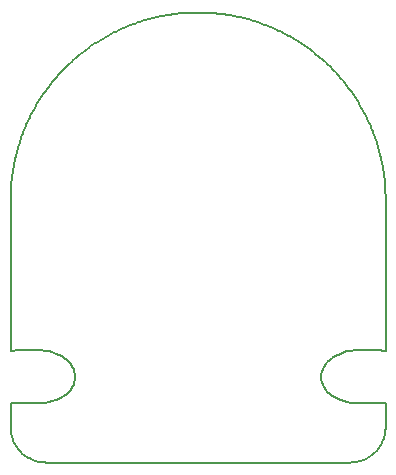
<source format=gbr>
G04 #@! TF.GenerationSoftware,KiCad,Pcbnew,(5.1.5)-3*
G04 #@! TF.CreationDate,2020-04-08T22:33:11-07:00*
G04 #@! TF.ProjectId,microbug,6d696372-6f62-4756-972e-6b696361645f,rev?*
G04 #@! TF.SameCoordinates,Original*
G04 #@! TF.FileFunction,Profile,NP*
%FSLAX46Y46*%
G04 Gerber Fmt 4.6, Leading zero omitted, Abs format (unit mm)*
G04 Created by KiCad (PCBNEW (5.1.5)-3) date 2020-04-08 22:33:11*
%MOMM*%
%LPD*%
G04 APERTURE LIST*
%ADD10C,0.200000*%
G04 APERTURE END LIST*
D10*
X48659231Y-85735140D02*
X48614508Y-85738976D01*
X48704025Y-85731753D02*
X48659231Y-85735140D01*
X79384142Y-90220429D02*
X79429227Y-90219635D01*
X79788203Y-85743162D02*
X79743560Y-85738902D01*
X79832761Y-85747898D02*
X79788203Y-85743162D01*
X79044655Y-90220654D02*
X78946532Y-90220654D01*
X78750280Y-90220654D02*
X78652156Y-90220654D01*
X50000287Y-90220654D02*
X49902164Y-90220654D01*
X50098413Y-90220654D02*
X50000287Y-90220654D01*
X50196536Y-85720654D02*
X50294662Y-85720654D01*
X50098413Y-85720654D02*
X50196536Y-85720654D01*
X80054030Y-85778193D02*
X80054030Y-72995660D01*
X64179034Y-57120659D02*
X63977052Y-57121915D01*
X63977052Y-57121915D02*
X63778865Y-57125601D01*
X63778865Y-57125601D02*
X63581278Y-57131700D01*
X63581278Y-57131700D02*
X63377962Y-57140515D01*
X63377962Y-57140515D02*
X63175313Y-57151872D01*
X63175313Y-57151872D02*
X62973351Y-57165755D01*
X62973351Y-57165755D02*
X62784645Y-57181049D01*
X62784645Y-57181049D02*
X62596571Y-57198539D01*
X62596571Y-57198539D02*
X62415371Y-57217517D01*
X62415371Y-57217517D02*
X62234785Y-57238522D01*
X62234785Y-57238522D02*
X62036239Y-57264038D01*
X62036239Y-57264038D02*
X61838467Y-57291992D01*
X61838467Y-57291992D02*
X61659916Y-57319418D01*
X61659916Y-57319418D02*
X61482024Y-57348819D01*
X61482024Y-57348819D02*
X61304804Y-57380189D01*
X61304804Y-57380189D02*
X61128267Y-57413513D01*
X61128267Y-57413513D02*
X60958476Y-57447532D01*
X60958476Y-57447532D02*
X60789343Y-57483348D01*
X60789343Y-57483348D02*
X60596868Y-57526475D01*
X60596868Y-57526475D02*
X60429178Y-57566113D01*
X60429178Y-57566113D02*
X60268131Y-57606013D01*
X60268131Y-57606013D02*
X60107735Y-57647547D01*
X60107735Y-57647547D02*
X59948001Y-57690706D01*
X59948001Y-57690706D02*
X59788936Y-57735481D01*
X59788936Y-57735481D02*
X59607147Y-57788870D01*
X59607147Y-57788870D02*
X59449555Y-57837084D01*
X59449555Y-57837084D02*
X59292660Y-57886883D01*
X59292660Y-57886883D02*
X59130706Y-57940193D01*
X59130706Y-57940193D02*
X58958039Y-57999180D01*
X58958039Y-57999180D02*
X58809125Y-58051859D01*
X58809125Y-58051859D02*
X58660894Y-58105970D01*
X58660894Y-58105970D02*
X58507693Y-58163675D01*
X58507693Y-58163675D02*
X58360885Y-58220689D01*
X58360885Y-58220689D02*
X58214784Y-58279110D01*
X58214784Y-58279110D02*
X58069402Y-58338933D01*
X58069402Y-58338933D02*
X57924747Y-58400150D01*
X57924747Y-58400150D02*
X57780826Y-58462751D01*
X57780826Y-58462751D02*
X57626666Y-58531707D01*
X57626666Y-58531707D02*
X57478837Y-58599701D01*
X57478837Y-58599701D02*
X57342691Y-58663966D01*
X57342691Y-58663966D02*
X57196451Y-58734774D01*
X57196451Y-58734774D02*
X57061792Y-58801628D01*
X57061792Y-58801628D02*
X56922515Y-58872464D01*
X56922515Y-58872464D02*
X56789347Y-58941827D01*
X56789347Y-58941827D02*
X56646358Y-59018106D01*
X56646358Y-59018106D02*
X56514738Y-59089992D01*
X56514738Y-59089992D02*
X56357796Y-59177844D01*
X56357796Y-59177844D02*
X56217490Y-59258381D01*
X56217490Y-59258381D02*
X56083234Y-59337242D01*
X56083234Y-59337242D02*
X55949825Y-59417379D01*
X55949825Y-59417379D02*
X55812185Y-59501934D01*
X55812185Y-59501934D02*
X55685572Y-59581435D01*
X55685572Y-59581435D02*
X55559764Y-59662092D01*
X55559764Y-59662092D02*
X55434767Y-59743897D01*
X55434767Y-59743897D02*
X55310594Y-59826843D01*
X55310594Y-59826843D02*
X55187243Y-59910918D01*
X55187243Y-59910918D02*
X55064729Y-59996119D01*
X55064729Y-59996119D02*
X54928512Y-60092871D01*
X54928512Y-60092871D02*
X54793363Y-60191015D01*
X54793363Y-60191015D02*
X54678380Y-60276240D01*
X54678380Y-60276240D02*
X54559450Y-60366083D01*
X54559450Y-60366083D02*
X54417892Y-60475332D01*
X54417892Y-60475332D02*
X54305558Y-60563850D01*
X54305558Y-60563850D02*
X54184788Y-60660855D01*
X54184788Y-60660855D02*
X54069579Y-60755216D01*
X54069579Y-60755216D02*
X53946167Y-60858307D01*
X53946167Y-60858307D02*
X53819309Y-60966507D01*
X53819309Y-60966507D02*
X53707020Y-61064216D01*
X53707020Y-61064216D02*
X53600095Y-61158988D01*
X53600095Y-61158988D02*
X53463261Y-61282798D01*
X53463261Y-61282798D02*
X53345265Y-61391904D01*
X53345265Y-61391904D02*
X53232691Y-61498081D01*
X53232691Y-61498081D02*
X53125427Y-61601191D01*
X53125427Y-61601191D02*
X53023362Y-61701112D01*
X53023362Y-61701112D02*
X52922196Y-61801939D01*
X52922196Y-61801939D02*
X52813621Y-61912185D01*
X52813621Y-61912185D02*
X52702002Y-62027781D01*
X52702002Y-62027781D02*
X52603762Y-62131475D01*
X52603762Y-62131475D02*
X52506448Y-62236051D01*
X52506448Y-62236051D02*
X52410070Y-62341499D01*
X52410070Y-62341499D02*
X52310673Y-62452261D01*
X52310673Y-62452261D02*
X52212301Y-62563957D01*
X52212301Y-62563957D02*
X52114966Y-62676581D01*
X52114966Y-62676581D02*
X52014842Y-62794680D01*
X52014842Y-62794680D02*
X51915852Y-62913767D01*
X51915852Y-62913767D02*
X51814264Y-63038465D01*
X51814264Y-63038465D02*
X51725007Y-63150183D01*
X51725007Y-63150183D02*
X51633081Y-63267429D01*
X51633081Y-63267429D02*
X51535014Y-63395040D01*
X51535014Y-63395040D02*
X51445344Y-63514107D01*
X51445344Y-63514107D02*
X51360289Y-63629224D01*
X51360289Y-63629224D02*
X51258870Y-63769379D01*
X51258870Y-63769379D02*
X51162367Y-63905785D01*
X51162367Y-63905785D02*
X51077391Y-64028465D01*
X51077391Y-64028465D02*
X50990211Y-64156941D01*
X50990211Y-64156941D02*
X50907540Y-64281313D01*
X50907540Y-64281313D02*
X50809841Y-64431641D01*
X50809841Y-64431641D02*
X50729690Y-64557804D01*
X50729690Y-64557804D02*
X50650700Y-64684770D01*
X50650700Y-64684770D02*
X50569784Y-64817654D01*
X50569784Y-64817654D02*
X50493179Y-64946233D01*
X50493179Y-64946233D02*
X50417754Y-65075589D01*
X50417754Y-65075589D02*
X50343515Y-65205715D01*
X50343515Y-65205715D02*
X50270473Y-65336608D01*
X50270473Y-65336608D02*
X50192939Y-65478822D01*
X50192939Y-65478822D02*
X50122408Y-65611279D01*
X50122408Y-65611279D02*
X50050347Y-65749822D01*
X50050347Y-65749822D02*
X49976918Y-65894534D01*
X49976918Y-65894534D02*
X49910214Y-66029279D01*
X49910214Y-66029279D02*
X49844750Y-66164742D01*
X49844750Y-66164742D02*
X49775452Y-66311841D01*
X49775452Y-66311841D02*
X49707623Y-66459762D01*
X49707623Y-66459762D02*
X49643696Y-66602967D01*
X49643696Y-66602967D02*
X49576394Y-66758021D01*
X49576394Y-66758021D02*
X49510699Y-66913925D01*
X49510699Y-66913925D02*
X49442106Y-67081898D01*
X49442106Y-67081898D02*
X49381970Y-67233886D01*
X49381970Y-67233886D02*
X49325503Y-67380969D01*
X49325503Y-67380969D02*
X49270458Y-67528748D01*
X49270458Y-67528748D02*
X49214806Y-67682941D01*
X49214806Y-67682941D02*
X49162682Y-67832118D01*
X49162682Y-67832118D02*
X49110086Y-67987744D01*
X49110086Y-67987744D02*
X49059059Y-68144086D01*
X49059059Y-68144086D02*
X49006011Y-68312799D01*
X49006011Y-68312799D02*
X48956531Y-68476453D01*
X48956531Y-68476453D02*
X48903757Y-68658507D01*
X48903757Y-68658507D02*
X48857912Y-68823707D01*
X48857912Y-68823707D02*
X48815354Y-68983688D01*
X48815354Y-68983688D02*
X48774423Y-69144324D01*
X48774423Y-69144324D02*
X48733709Y-69311597D01*
X48733709Y-69311597D02*
X48692051Y-69491576D01*
X48692051Y-69491576D02*
X48655018Y-69660257D01*
X48655018Y-69660257D02*
X48619778Y-69829606D01*
X48619778Y-69829606D02*
X48585181Y-70005689D01*
X48585181Y-70005689D02*
X48552531Y-70182464D01*
X48552531Y-70182464D02*
X48520814Y-70366047D01*
X48520814Y-70366047D02*
X48492161Y-70544188D01*
X48492161Y-70544188D02*
X48465488Y-70722987D01*
X48465488Y-70722987D02*
X48440810Y-70902428D01*
X48440810Y-70902428D02*
X48418136Y-71082500D01*
X48418136Y-71082500D02*
X48396804Y-71269436D01*
X48396804Y-71269436D02*
X48377641Y-71457023D01*
X48377641Y-71457023D02*
X48359086Y-71664103D01*
X48359086Y-71664103D02*
X48344525Y-71853013D01*
X48344525Y-71853013D02*
X48331062Y-72061522D01*
X48331062Y-72061522D02*
X48320576Y-72264401D01*
X48320576Y-72264401D02*
X48312849Y-72461573D01*
X48312849Y-72461573D02*
X48307526Y-72659356D01*
X48307526Y-72659356D02*
X48304621Y-72857732D01*
X48304621Y-72857732D02*
X48304038Y-72995660D01*
X50196536Y-90220654D02*
X50098413Y-90220654D01*
X50294662Y-90220654D02*
X50196536Y-90220654D01*
X75519030Y-89561643D02*
X75744995Y-89706863D01*
X75313661Y-89401864D02*
X75519030Y-89561643D01*
X53227586Y-89228649D02*
X53386969Y-89043137D01*
X53044407Y-89401864D02*
X53227586Y-89228649D01*
X75519030Y-86379665D02*
X75313661Y-86539444D01*
X75744995Y-86234445D02*
X75519030Y-86379665D01*
X48480841Y-85753131D02*
X48436476Y-85758741D01*
X48525307Y-85747972D02*
X48480841Y-85753131D01*
X51827607Y-90043838D02*
X52105759Y-89949091D01*
X51535262Y-90119499D02*
X51827607Y-90043838D01*
X51230319Y-90174942D02*
X51535262Y-90119499D01*
X50914377Y-90209039D02*
X51230319Y-90174942D01*
X80054030Y-85778193D02*
X80010000Y-85771234D01*
X79240904Y-85720654D02*
X79339030Y-85720654D01*
X77769030Y-85720654D02*
X77867156Y-85720654D01*
X77443691Y-90209039D02*
X77769030Y-90220654D01*
X50392788Y-85720654D02*
X50490912Y-85720654D01*
X50294662Y-85720654D02*
X50392788Y-85720654D01*
X75130482Y-89228649D02*
X75313661Y-89401864D01*
X74971099Y-89043137D02*
X75130482Y-89228649D01*
X77965280Y-85720654D02*
X78063406Y-85720654D01*
X77867156Y-85720654D02*
X77965280Y-85720654D01*
X48748885Y-85728816D02*
X48704025Y-85731753D01*
X48793803Y-85726435D02*
X48748885Y-85728816D01*
X52368114Y-89836389D02*
X52613073Y-89706863D01*
X52105759Y-89949091D02*
X52368114Y-89836389D01*
X48838772Y-85724318D02*
X48793803Y-85726435D01*
X48883788Y-85722731D02*
X48838772Y-85724318D01*
X48569865Y-85743236D02*
X48525307Y-85747972D01*
X48614508Y-85738976D02*
X48569865Y-85743236D01*
X74837106Y-88846456D02*
X74971099Y-89043137D01*
X74730106Y-88639735D02*
X74837106Y-88846456D01*
X75989954Y-86104919D02*
X75744995Y-86234445D01*
X76252309Y-85992217D02*
X75989954Y-86104919D01*
X48392216Y-85764799D02*
X48348068Y-85771308D01*
X48436476Y-85758741D02*
X48392216Y-85764799D01*
X79474280Y-90218577D02*
X79519296Y-90216990D01*
X77965280Y-90220654D02*
X77867156Y-90220654D01*
X78063406Y-90220654D02*
X77965280Y-90220654D01*
X74837106Y-87094852D02*
X74730106Y-87301573D01*
X74971099Y-86898171D02*
X74837106Y-87094852D01*
X79142781Y-85720654D02*
X79240904Y-85720654D01*
X79044655Y-85720654D02*
X79142781Y-85720654D01*
X79609183Y-90212492D02*
X79654043Y-90209555D01*
X78946532Y-85720654D02*
X79044655Y-85720654D01*
X78848406Y-85720654D02*
X78946532Y-85720654D01*
X52368114Y-86104919D02*
X52105759Y-85992217D01*
X52613073Y-86234445D02*
X52368114Y-86104919D01*
X77127749Y-90174942D02*
X77443691Y-90209039D01*
X76822806Y-90119499D02*
X77127749Y-90174942D01*
X79339030Y-90220654D02*
X79384142Y-90220429D01*
X78750280Y-85720654D02*
X78848406Y-85720654D01*
X78652156Y-85720654D02*
X78750280Y-85720654D01*
X78554030Y-85720654D02*
X78652156Y-85720654D01*
X78455904Y-85720654D02*
X78554030Y-85720654D01*
X78161529Y-85720654D02*
X78259655Y-85720654D01*
X78063406Y-85720654D02*
X78161529Y-85720654D01*
X78357781Y-85720654D02*
X78455904Y-85720654D01*
X78259655Y-85720654D02*
X78357781Y-85720654D01*
X78161529Y-90220654D02*
X78063406Y-90220654D01*
X78259655Y-90220654D02*
X78161529Y-90220654D01*
X78946532Y-90220654D02*
X78848406Y-90220654D01*
X48304038Y-90163115D02*
X48304038Y-92220652D01*
X48973926Y-90220503D02*
X49019038Y-90220728D01*
X48928841Y-90219710D02*
X48973926Y-90220503D01*
X48883788Y-90218651D02*
X48928841Y-90219710D01*
X48838772Y-90217064D02*
X48883788Y-90218651D01*
X48793803Y-90214947D02*
X48838772Y-90217064D01*
X48748885Y-90212566D02*
X48793803Y-90214947D01*
X48704025Y-90209629D02*
X48748885Y-90212566D01*
X48659231Y-90206242D02*
X48704025Y-90209629D01*
X48614508Y-90202406D02*
X48659231Y-90206242D01*
X48569865Y-90198120D02*
X48614508Y-90202406D01*
X48525307Y-90193410D02*
X48569865Y-90198120D01*
X48480841Y-90188251D02*
X48525307Y-90193410D01*
X48436476Y-90182641D02*
X48480841Y-90188251D01*
X48392216Y-90176582D02*
X48436476Y-90182641D01*
X48348068Y-90170074D02*
X48392216Y-90176582D01*
X48304038Y-90163115D02*
X48348068Y-90170074D01*
X75989954Y-89836389D02*
X76252309Y-89949091D01*
X75744995Y-89706863D02*
X75989954Y-89836389D01*
X48928841Y-85721672D02*
X48883788Y-85722731D01*
X48973926Y-85720879D02*
X48928841Y-85721672D01*
X50000287Y-85720654D02*
X50098413Y-85720654D01*
X49902164Y-85720654D02*
X50000287Y-85720654D01*
X76530461Y-85897469D02*
X76252309Y-85992217D01*
X76822806Y-85821809D02*
X76530461Y-85897469D01*
X53771019Y-87970654D02*
X53754589Y-87740604D01*
X53754589Y-88200704D02*
X53771019Y-87970654D01*
X74651697Y-88424107D02*
X74730106Y-88639735D01*
X74603479Y-88200704D02*
X74651697Y-88424107D01*
X52839038Y-89561643D02*
X53044407Y-89401864D01*
X52613073Y-89706863D02*
X52839038Y-89561643D01*
X77769030Y-85720654D02*
X77443691Y-85732269D01*
X77867156Y-90220654D02*
X77769030Y-90220654D01*
X49019038Y-85720654D02*
X49117164Y-85720654D01*
X48348068Y-85771308D02*
X48304038Y-85778267D01*
X52839038Y-86379665D02*
X52613073Y-86234445D01*
X53044407Y-86539444D02*
X52839038Y-86379665D01*
X49607788Y-85720654D02*
X49705912Y-85720654D01*
X49509662Y-85720654D02*
X49607788Y-85720654D01*
X49804038Y-85720654D02*
X49902164Y-85720654D01*
X49705912Y-85720654D02*
X49804038Y-85720654D01*
X49411539Y-85720654D02*
X49509662Y-85720654D01*
X49313413Y-85720654D02*
X49411539Y-85720654D01*
X53520962Y-87094852D02*
X53386969Y-86898171D01*
X53627962Y-87301573D02*
X53520962Y-87094852D01*
X79429227Y-85721598D02*
X79384142Y-85720805D01*
X79474280Y-85722657D02*
X79429227Y-85721598D01*
X79832761Y-90193336D02*
X79877227Y-90188176D01*
X50589038Y-90220654D02*
X50914377Y-90209039D01*
X50490912Y-85720654D02*
X50589038Y-85720654D01*
X79877227Y-90188176D02*
X79921592Y-90182567D01*
X79877227Y-85753057D02*
X79832761Y-85747898D01*
X79921592Y-85758666D02*
X79877227Y-85753057D01*
X74651697Y-87517201D02*
X74603479Y-87740604D01*
X74730106Y-87301573D02*
X74651697Y-87517201D01*
X77127749Y-85766366D02*
X76822806Y-85821809D01*
X77443691Y-85732269D02*
X77127749Y-85766366D01*
X77054031Y-95220653D02*
X77248483Y-95214448D01*
X77248483Y-95214448D02*
X77432597Y-95196991D01*
X77432597Y-95196991D02*
X77609281Y-95169366D01*
X77609281Y-95169366D02*
X77775638Y-95133294D01*
X77775638Y-95133294D02*
X77934013Y-95089517D01*
X77934013Y-95089517D02*
X78084452Y-95039005D01*
X78084452Y-95039005D02*
X78229120Y-94981772D01*
X78229120Y-94981772D02*
X78367952Y-94918364D01*
X78367952Y-94918364D02*
X78500909Y-94849312D01*
X78500909Y-94849312D02*
X78627955Y-94775106D01*
X78627955Y-94775106D02*
X78758370Y-94689831D01*
X78758370Y-94689831D02*
X78874585Y-94605286D01*
X78874585Y-94605286D02*
X78987366Y-94514682D01*
X78987366Y-94514682D02*
X79093531Y-94420761D01*
X79093531Y-94420761D02*
X79195136Y-94321995D01*
X79195136Y-94321995D02*
X79296492Y-94213520D01*
X79296492Y-94213520D02*
X79391029Y-94101883D01*
X79391029Y-94101883D02*
X79482775Y-93982028D01*
X79482775Y-93982028D02*
X79564816Y-93863205D01*
X79564816Y-93863205D02*
X79641477Y-93739845D01*
X79641477Y-93739845D02*
X79713035Y-93611096D01*
X79713035Y-93611096D02*
X79779074Y-93477013D01*
X79779074Y-93477013D02*
X79839598Y-93336617D01*
X79839598Y-93336617D02*
X79893996Y-93189910D01*
X79893996Y-93189910D02*
X79941792Y-93036372D01*
X79941792Y-93036372D02*
X79982480Y-92874877D01*
X79982480Y-92874877D02*
X80014874Y-92706567D01*
X80014874Y-92706567D02*
X80039133Y-92521469D01*
X80039133Y-92521469D02*
X80051962Y-92333008D01*
X80051962Y-92333008D02*
X80054030Y-92220652D01*
X53227586Y-86712658D02*
X53044407Y-86539444D01*
X53386969Y-86898171D02*
X53227586Y-86712658D01*
X49215287Y-85720654D02*
X49313413Y-85720654D01*
X49117164Y-85720654D02*
X49215287Y-85720654D01*
X80054030Y-72995660D02*
X80052770Y-72793677D01*
X80052770Y-72793677D02*
X80049082Y-72595490D01*
X80049082Y-72595490D02*
X80042982Y-72397903D01*
X80042982Y-72397903D02*
X80034481Y-72200930D01*
X80034481Y-72200930D02*
X80023981Y-72010907D01*
X80023981Y-72010907D02*
X80011261Y-71821486D01*
X80011261Y-71821486D02*
X79995797Y-71626396D01*
X79995797Y-71626396D02*
X79977990Y-71431973D01*
X79977990Y-71431973D02*
X79959220Y-71250712D01*
X79959220Y-71250712D02*
X79936157Y-71051409D01*
X79936157Y-71051409D02*
X79912308Y-70865249D01*
X79912308Y-70865249D02*
X79882687Y-70655091D01*
X79882687Y-70655091D02*
X79853297Y-70464250D01*
X79853297Y-70464250D02*
X79823760Y-70286405D01*
X79823760Y-70286405D02*
X79792255Y-70109231D01*
X79792255Y-70109231D02*
X79759984Y-69938816D01*
X79759984Y-69938816D02*
X79722145Y-69750898D01*
X79722145Y-69750898D02*
X79683423Y-69569810D01*
X79683423Y-69569810D02*
X79645435Y-69401490D01*
X79645435Y-69401490D02*
X79602758Y-69221901D01*
X79602758Y-69221901D02*
X79562617Y-69060950D01*
X79562617Y-69060950D02*
X79520839Y-68900651D01*
X79520839Y-68900651D02*
X79477442Y-68741017D01*
X79477442Y-68741017D02*
X79432429Y-68582052D01*
X79432429Y-68582052D02*
X79385811Y-68423769D01*
X79385811Y-68423769D02*
X79337598Y-68266177D01*
X79337598Y-68266177D02*
X79287797Y-68109282D01*
X79287797Y-68109282D02*
X79232551Y-67941557D01*
X79232551Y-67941557D02*
X79179491Y-67786144D01*
X79179491Y-67786144D02*
X79124874Y-67631462D01*
X79124874Y-67631462D02*
X79070816Y-67483203D01*
X79070816Y-67483203D02*
X79015333Y-67335637D01*
X79015333Y-67335637D02*
X78958429Y-67188773D01*
X78958429Y-67188773D02*
X78900115Y-67042619D01*
X78900115Y-67042619D02*
X78840400Y-66897181D01*
X78840400Y-66897181D02*
X78779290Y-66752469D01*
X78779290Y-66752469D02*
X78714362Y-66602967D01*
X78714362Y-66602967D02*
X78645464Y-66448776D01*
X78645464Y-66448776D02*
X78580065Y-66306378D01*
X78580065Y-66306378D02*
X78515899Y-66170175D01*
X78515899Y-66170175D02*
X78450486Y-66034684D01*
X78450486Y-66034684D02*
X78383829Y-65899910D01*
X78383829Y-65899910D02*
X78299462Y-65733795D01*
X78299462Y-65733795D02*
X78224446Y-65590036D01*
X78224446Y-65590036D02*
X78153720Y-65457698D01*
X78153720Y-65457698D02*
X78073070Y-65310369D01*
X78073070Y-65310369D02*
X77996834Y-65174416D01*
X77996834Y-65174416D02*
X77919303Y-65039290D01*
X77919303Y-65039290D02*
X77840491Y-64905002D01*
X77840491Y-64905002D02*
X77763511Y-64776676D01*
X77763511Y-64776676D02*
X77682207Y-64644053D01*
X77682207Y-64644053D02*
X77599645Y-64512293D01*
X77599645Y-64512293D02*
X77506083Y-64366354D01*
X77506083Y-64366354D02*
X77420888Y-64236444D01*
X77420888Y-64236444D02*
X77337809Y-64112367D01*
X77337809Y-64112367D02*
X77253596Y-63989117D01*
X77253596Y-63989117D02*
X77168258Y-63866703D01*
X77168258Y-63866703D02*
X77053906Y-63706409D01*
X77053906Y-63706409D02*
X76969529Y-63590763D01*
X76969529Y-63590763D02*
X76884139Y-63475912D01*
X76884139Y-63475912D02*
X76794117Y-63357123D01*
X76794117Y-63357123D02*
X76703011Y-63239210D01*
X76703011Y-63239210D02*
X76614536Y-63126841D01*
X76614536Y-63126841D02*
X76510068Y-62996782D01*
X76510068Y-62996782D02*
X76404269Y-62867849D01*
X76404269Y-62867849D02*
X76312530Y-62758237D01*
X76312530Y-62758237D02*
X76215943Y-62644953D01*
X76215943Y-62644953D02*
X76122240Y-62537067D01*
X76122240Y-62537067D02*
X76027587Y-62430034D01*
X76027587Y-62430034D02*
X75931992Y-62323865D01*
X75931992Y-62323865D02*
X75815224Y-62196732D01*
X75815224Y-62196732D02*
X75713474Y-62088162D01*
X75713474Y-62088162D02*
X75614851Y-61984836D01*
X75614851Y-61984836D02*
X75511146Y-61878151D01*
X75511146Y-61878151D02*
X75410659Y-61776648D01*
X75410659Y-61776648D02*
X75309265Y-61676045D01*
X75309265Y-61676045D02*
X75206977Y-61576354D01*
X75206977Y-61576354D02*
X75095161Y-61469387D01*
X75095161Y-61469387D02*
X74969218Y-61351355D01*
X74969218Y-61351355D02*
X74864025Y-61254705D01*
X74864025Y-61254705D02*
X74757960Y-61158988D01*
X74757960Y-61158988D02*
X74651036Y-61064216D01*
X74651036Y-61064216D02*
X74538748Y-60966507D01*
X74538748Y-60966507D02*
X74430082Y-60873684D01*
X74430082Y-60873684D02*
X74320577Y-60781824D01*
X74320577Y-60781824D02*
X74201003Y-60683406D01*
X74201003Y-60683406D02*
X74089762Y-60593574D01*
X74089762Y-60593574D02*
X73963636Y-60493691D01*
X73963636Y-60493691D02*
X73841207Y-60398695D01*
X73841207Y-60398695D02*
X73727354Y-60312046D01*
X73727354Y-60312046D02*
X73612700Y-60226402D01*
X73612700Y-60226402D02*
X73497252Y-60141770D01*
X73497252Y-60141770D02*
X73371297Y-60051236D01*
X73371297Y-60051236D02*
X73244423Y-59961904D01*
X73244423Y-59961904D02*
X73111710Y-59870420D01*
X73111710Y-59870420D02*
X72982997Y-59783569D01*
X72982997Y-59783569D02*
X72858393Y-59701217D01*
X72858393Y-59701217D02*
X72732975Y-59620008D01*
X72732975Y-59620008D02*
X72606746Y-59539949D01*
X72606746Y-59539949D02*
X72474618Y-59457920D01*
X72474618Y-59457920D02*
X72331370Y-59370991D01*
X72331370Y-59370991D02*
X72202636Y-59294620D01*
X72202636Y-59294620D02*
X72073126Y-59219431D01*
X72073126Y-59219431D02*
X71942843Y-59145432D01*
X71942843Y-59145432D02*
X71811800Y-59072630D01*
X71811800Y-59072630D02*
X71664134Y-58992523D01*
X71664134Y-58992523D02*
X71531498Y-58922282D01*
X71531498Y-58922282D02*
X71392772Y-58850527D01*
X71392772Y-58850527D02*
X71258634Y-58782783D01*
X71258634Y-58782783D02*
X71118363Y-58713642D01*
X71118363Y-58713642D02*
X70982756Y-58648428D01*
X70982756Y-58648428D02*
X70846440Y-58584464D01*
X70846440Y-58584464D02*
X70676436Y-58506897D01*
X70676436Y-58506897D02*
X70533029Y-58443343D01*
X70533029Y-58443343D02*
X70388881Y-58381166D01*
X70388881Y-58381166D02*
X70227237Y-58313454D01*
X70227237Y-58313454D02*
X70081549Y-58254221D01*
X70081549Y-58254221D02*
X69929502Y-58194198D01*
X69929502Y-58194198D02*
X69782366Y-58137839D01*
X69782366Y-58137839D02*
X69628836Y-58080818D01*
X69628836Y-58080818D02*
X69434442Y-58011209D01*
X69434442Y-58011209D02*
X69285006Y-57959641D01*
X69285006Y-57959641D02*
X69134900Y-57909522D01*
X69134900Y-57909522D02*
X68978322Y-57859022D01*
X68978322Y-57859022D02*
X68809360Y-57806542D01*
X68809360Y-57806542D02*
X68639597Y-57755896D01*
X68639597Y-57755896D02*
X68474942Y-57708753D01*
X68474942Y-57708753D02*
X68303640Y-57661753D01*
X68303640Y-57661753D02*
X68137521Y-57618150D01*
X68137521Y-57618150D02*
X67976666Y-57577765D01*
X67976666Y-57577765D02*
X67815166Y-57539022D01*
X67815166Y-57539022D02*
X67634978Y-57497908D01*
X67634978Y-57497908D02*
X67460064Y-57460116D01*
X67460064Y-57460116D02*
X67290507Y-57425455D01*
X67290507Y-57425455D02*
X67114207Y-57391459D01*
X67114207Y-57391459D02*
X66937221Y-57359415D01*
X66937221Y-57359415D02*
X66765697Y-57330338D01*
X66765697Y-57330338D02*
X66587396Y-57302162D01*
X66587396Y-57302162D02*
X66408442Y-57275969D01*
X66408442Y-57275969D02*
X66222643Y-57250976D01*
X66222643Y-57250976D02*
X66042397Y-57228856D01*
X66042397Y-57228856D02*
X65842790Y-57206795D01*
X65842790Y-57206795D02*
X65648719Y-57187782D01*
X65648719Y-57187782D02*
X65453972Y-57171108D01*
X65453972Y-57171108D02*
X65258562Y-57156782D01*
X65258562Y-57156782D02*
X65037162Y-57143453D01*
X65037162Y-57143453D02*
X64827673Y-57133664D01*
X64827673Y-57133664D02*
X64630244Y-57126944D01*
X64630244Y-57126944D02*
X64432211Y-57122635D01*
X64432211Y-57122635D02*
X64233593Y-57120749D01*
X64233593Y-57120749D02*
X64179034Y-57120659D01*
X79384142Y-85720805D02*
X79339030Y-85720580D01*
X79965852Y-85764725D02*
X79921592Y-85758666D01*
X80010000Y-85771234D02*
X79965852Y-85764725D01*
X53706371Y-87517201D02*
X53627962Y-87301573D01*
X53754589Y-87740604D02*
X53706371Y-87517201D01*
X79609183Y-85728742D02*
X79564265Y-85726361D01*
X79654043Y-85731679D02*
X79609183Y-85728742D01*
X53520962Y-88846456D02*
X53627962Y-88639735D01*
X53386969Y-89043137D02*
X53520962Y-88846456D01*
X51827607Y-85897469D02*
X51535262Y-85821809D01*
X52105759Y-85992217D02*
X51827607Y-85897469D01*
X49019038Y-85720654D02*
X48973926Y-85720879D01*
X48304038Y-72995660D02*
X48304038Y-85778193D01*
X79519296Y-85724244D02*
X79474280Y-85722657D01*
X79564265Y-85726361D02*
X79519296Y-85724244D01*
X74587049Y-87970654D02*
X74603479Y-88200704D01*
X74603479Y-87740604D02*
X74587049Y-87970654D01*
X51230319Y-85766366D02*
X50914377Y-85732269D01*
X51535262Y-85821809D02*
X51230319Y-85766366D01*
X75130482Y-86712658D02*
X74971099Y-86898171D01*
X75313661Y-86539444D02*
X75130482Y-86712658D01*
X50589038Y-90220654D02*
X50490912Y-90220654D01*
X50914377Y-85732269D02*
X50589038Y-85720654D01*
X50392788Y-90220654D02*
X50294662Y-90220654D01*
X50490912Y-90220654D02*
X50392788Y-90220654D01*
X49117164Y-90220654D02*
X49019038Y-90220654D01*
X49215287Y-90220654D02*
X49117164Y-90220654D01*
X49313413Y-90220654D02*
X49215287Y-90220654D01*
X79921592Y-90182567D02*
X79965852Y-90176508D01*
X79339030Y-90220654D02*
X79240904Y-90220654D01*
X79788203Y-90198045D02*
X79832761Y-90193336D01*
X79519296Y-90216990D02*
X79564265Y-90214873D01*
X48304038Y-92220652D02*
X48310237Y-92415104D01*
X48310237Y-92415104D02*
X48327692Y-92599218D01*
X48327692Y-92599218D02*
X48355316Y-92775902D01*
X48355316Y-92775902D02*
X48390969Y-92940567D01*
X48390969Y-92940567D02*
X48434491Y-93098429D01*
X48434491Y-93098429D02*
X48485680Y-93251073D01*
X48485680Y-93251073D02*
X48543585Y-93397315D01*
X48543585Y-93397315D02*
X48609316Y-93540700D01*
X48609316Y-93540700D02*
X48678661Y-93673480D01*
X48678661Y-93673480D02*
X48754337Y-93802264D01*
X48754337Y-93802264D02*
X48833568Y-93923134D01*
X48833568Y-93923134D02*
X48921107Y-94043443D01*
X48921107Y-94043443D02*
X49011088Y-94155277D01*
X49011088Y-94155277D02*
X49105066Y-94261389D01*
X49105066Y-94261389D02*
X49204292Y-94363332D01*
X49204292Y-94363332D02*
X49307800Y-94460120D01*
X49307800Y-94460120D02*
X49422797Y-94557650D01*
X49422797Y-94557650D02*
X49540370Y-94647738D01*
X49540370Y-94647738D02*
X49659586Y-94730198D01*
X49659586Y-94730198D02*
X49784344Y-94807813D01*
X49784344Y-94807813D02*
X49913081Y-94879394D01*
X49913081Y-94879394D02*
X50047664Y-94945696D01*
X50047664Y-94945696D02*
X50192312Y-95007918D01*
X50192312Y-95007918D02*
X50338578Y-95061916D01*
X50338578Y-95061916D02*
X50492205Y-95109512D01*
X50492205Y-95109512D02*
X50654921Y-95150238D01*
X50654921Y-95150238D02*
X50827399Y-95182994D01*
X50827399Y-95182994D02*
X51005577Y-95205991D01*
X51005577Y-95205991D02*
X51194079Y-95218672D01*
X51194079Y-95218672D02*
X51304037Y-95220653D01*
X49804038Y-90220654D02*
X49705912Y-90220654D01*
X49902164Y-90220654D02*
X49804038Y-90220654D01*
X79429227Y-90219635D02*
X79474280Y-90218577D01*
X53706371Y-88424107D02*
X53754589Y-88200704D01*
X53627962Y-88639735D02*
X53706371Y-88424107D01*
X78357781Y-90220654D02*
X78259655Y-90220654D01*
X78455904Y-90220654D02*
X78357781Y-90220654D01*
X79698837Y-90206168D02*
X79743560Y-90202332D01*
X80054030Y-92220652D02*
X80054030Y-90163115D01*
X79240904Y-90220654D02*
X79142781Y-90220654D01*
X79142781Y-90220654D02*
X79044655Y-90220654D01*
X79654043Y-90209555D02*
X79698837Y-90206168D01*
X79743560Y-90202332D02*
X79788203Y-90198045D01*
X79965852Y-90176508D02*
X80010000Y-90170000D01*
X78848406Y-90220654D02*
X78750280Y-90220654D01*
X78554030Y-90220654D02*
X78455904Y-90220654D01*
X78652156Y-90220654D02*
X78554030Y-90220654D01*
X51304037Y-95220653D02*
X77054031Y-95220653D01*
X79564265Y-90214873D02*
X79609183Y-90212492D01*
X49411539Y-90220654D02*
X49313413Y-90220654D01*
X49509662Y-90220654D02*
X49411539Y-90220654D01*
X49607788Y-90220654D02*
X49509662Y-90220654D01*
X49705912Y-90220654D02*
X49607788Y-90220654D01*
X76530461Y-90043838D02*
X76822806Y-90119499D01*
X76252309Y-89949091D02*
X76530461Y-90043838D01*
X79698837Y-85735066D02*
X79654043Y-85731679D01*
X79743560Y-85738902D02*
X79698837Y-85735066D01*
X80010000Y-90170000D02*
X80054030Y-90163041D01*
M02*

</source>
